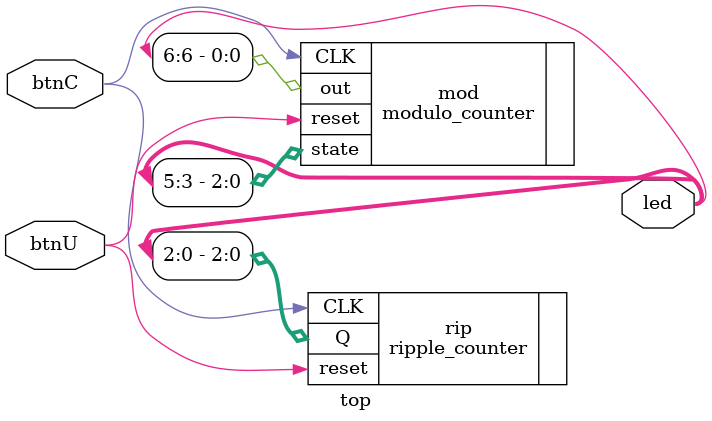
<source format=v>
module top(
    input btnC, btnU,
    output [6:0]led
);

    ripple_counter rip(
        .CLK(btnC),
        .reset(btnU),
        .Q(led[2:0])
    );
   
    modulo_counter mod(
        .CLK(btnC),
        .reset(btnU),
        .state(led[5:3]),
        .out(led[6])
    );

endmodule

</source>
